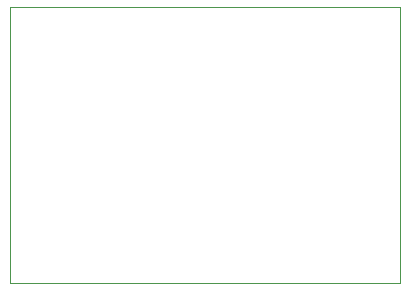
<source format=gko>
G04 #@! TF.FileFunction,Profile,NP*
%FSLAX46Y46*%
G04 Gerber Fmt 4.6, Leading zero omitted, Abs format (unit mm)*
G04 Created by KiCad (PCBNEW 4.0.2-stable) date 2016 July 20, Wednesday 22:41:42*
%MOMM*%
G01*
G04 APERTURE LIST*
%ADD10C,0.100000*%
G04 APERTURE END LIST*
D10*
X130556000Y-116332000D02*
X163576000Y-116332000D01*
X163576000Y-92964000D02*
X163576000Y-116332000D01*
X130556000Y-92964000D02*
X163576000Y-92964000D01*
X130556000Y-116332000D02*
X130556000Y-92964000D01*
M02*

</source>
